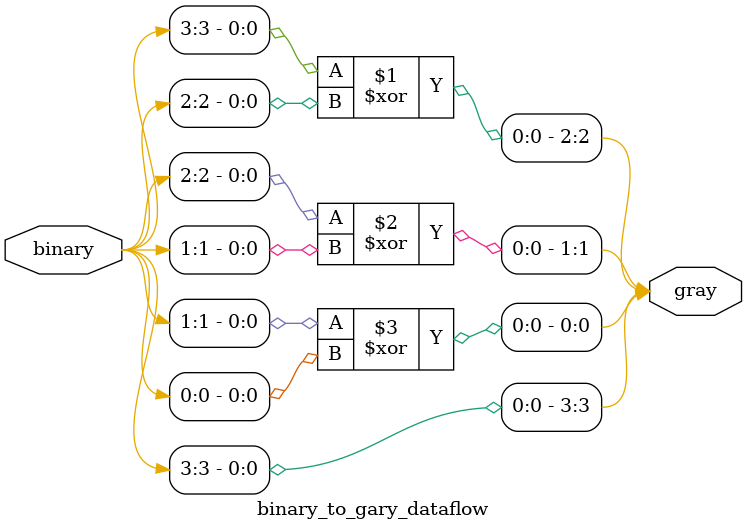
<source format=v>
`timescale 1ns / 1ps

module binary_to_gary_dataflow(
    input [3:0] binary,
    output [3:0] gray
);
    assign gray[3] = binary[3]; // MSB remains the same
    assign gray[2] = binary[3] ^ binary[2];
    assign gray[1] = binary[2] ^ binary[1];
    assign gray[0] = binary[1] ^ binary[0];
endmodule


</source>
